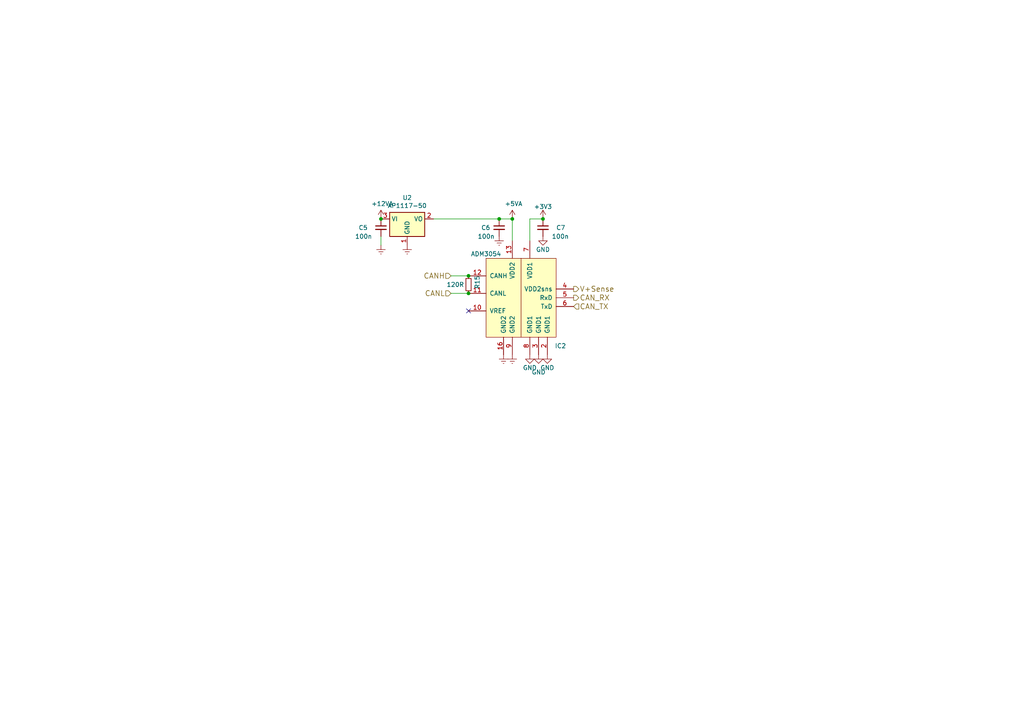
<source format=kicad_sch>
(kicad_sch (version 20230121) (generator eeschema)
  (paper "A4")
  (title_block (title "HSWR CAN Transceiver") (date "2017-02-05") (rev "4.0"))
  (lib_symbols
    (symbol "Device:C_Small" (pin_numbers hide) (pin_names (offset 0.254) hide)
      (property "Reference" "C" (at 0.254 1.778 0))
      (property "Value" "C_Small" (at 0.254 -2.032 0))
      (symbol "C_Small_0_1"
        (polyline (pts (xy -1.524 -0.508) (xy 1.524 -0.508)) (stroke (width 0.3302)))
        (polyline (pts (xy -1.524 0.508) (xy 1.524 0.508)) (stroke (width 0.3048)))
      )
      (symbol "C_Small_1_1"
        (pin passive line (at 0 2.54 270) (length 2.032) (name "~") (number "1"))
        (pin passive line (at 0 -2.54 90) (length 2.032) (name "~") (number "2"))
      )
    )
    (symbol "Device:R_Small" (pin_numbers hide) (pin_names (offset 0.254) hide)
      (property "Reference" "R" (at 0.762 0.508 0))
      (property "Value" "R_Small" (at 0.762 -1.016 0))
      (symbol "R_Small_0_1"
        (rectangle (start -0.762 1.778) (end 0.762 -1.778) (stroke (width 0.2032)))
      )
      (symbol "R_Small_1_1"
        (pin passive line (at 0 2.54 270) (length 0.762) (name "~") (number "1"))
        (pin passive line (at 0 -2.54 90) (length 0.762) (name "~") (number "2"))
      )
    )
    (symbol "HSWR:ADUM3054" (pin_names (offset 1.016))
      (property "Reference" "IC" (at 8.89 12.7 0))
      (property "Value" "ADUM3054" (at -10.16 12.7 0))
      (symbol "ADUM3054_0_1"
        (rectangle (start -10.16 11.43) (end 10.16 -11.43) (fill (type background)))
        (polyline (pts (xy 0 11.43) (xy 0 -11.43)))
      )
      (symbol "ADUM3054_1_1"
        (pin input line (at 15.24 -3.81 180) (length 5.08) (name "VREF") (number "10"))
        (pin input line (at 15.24 1.27 180) (length 5.08) (name "CANL") (number "11"))
        (pin input line (at 15.24 6.35 180) (length 5.08) (name "CANH") (number "12"))
        (pin input line (at 2.54 16.51 270) (length 5.08) (name "VDD2") (number "13"))
        (pin input line (at 5.08 -16.51 90) (length 5.08) (name "GND2") (number "16"))
        (pin input line (at -7.62 -16.51 90) (length 5.08) (name "GND1") (number "2"))
        (pin input line (at -5.08 -16.51 90) (length 5.08) (name "GND1") (number "3"))
        (pin input line (at -15.24 2.54 0) (length 5.08) (name "VDD2sns") (number "4"))
        (pin input line (at -15.24 0 0) (length 5.08) (name "RxD") (number "5"))
        (pin input line (at -15.24 -2.54 0) (length 5.08) (name "TxD") (number "6"))
        (pin input line (at -2.54 16.51 270) (length 5.08) (name "VDD1") (number "7"))
        (pin input line (at -2.54 -16.51 90) (length 5.08) (name "GND1") (number "8"))
        (pin input line (at 2.54 -16.51 90) (length 5.08) (name "GND2") (number "9"))
      )
    )
    (symbol "Regulator_Linear:AP1117-50"
      (property "Reference" "U" (at -3.81 3.175 0))
      (property "Value" "AP1117-50" (at 0 3.175 0))
      (symbol "AP1117-50_0_1"
        (rectangle (start -5.08 -5.08) (end 5.08 1.905) (stroke (width 0.254)) (fill (type background)))
      )
      (symbol "AP1117-50_1_1"
        (pin power_in line (at 0 -7.62 90) (length 2.54) (name "GND") (number "1"))
        (pin power_out line (at 7.62 0 180) (length 2.54) (name "VO") (number "2"))
        (pin power_in line (at -7.62 0 0) (length 2.54) (name "VI") (number "3"))
      )
    )
    (symbol "power:+12VA" (power) (pin_names (offset 0))
      (property "Value" "+12VA" (at 0 3.556 0))
      (symbol "+12VA_0_1"
        (polyline (pts (xy -0.762 1.27) (xy 0 2.54)))
        (polyline (pts (xy 0 0) (xy 0 2.54)))
        (polyline (pts (xy 0 2.54) (xy 0.762 1.27)))
      )
      (symbol "+12VA_1_1"
        (pin power_in line (at 0 0 90) (length 0) hide (name "+12VA") (number "1"))
      )
    )
    (symbol "power:+3V3" (power) (pin_names (offset 0))
      (property "Value" "+3V3" (at 0 3.556 0))
      (symbol "+3V3_0_1"
        (polyline (pts (xy -0.762 1.27) (xy 0 2.54)))
        (polyline (pts (xy 0 0) (xy 0 2.54)))
        (polyline (pts (xy 0 2.54) (xy 0.762 1.27)))
      )
      (symbol "+3V3_1_1"
        (pin power_in line (at 0 0 90) (length 0) hide (name "+3V3") (number "1"))
      )
    )
    (symbol "power:+5VA" (power) (pin_names (offset 0))
      (property "Value" "+5VA" (at 0 3.556 0))
      (symbol "+5VA_0_1"
        (polyline (pts (xy -0.762 1.27) (xy 0 2.54)))
        (polyline (pts (xy 0 0) (xy 0 2.54)))
        (polyline (pts (xy 0 2.54) (xy 0.762 1.27)))
      )
      (symbol "+5VA_1_1"
        (pin power_in line (at 0 0 90) (length 0) hide (name "+5VA") (number "1"))
      )
    )
    (symbol "power:Earth" (power) (pin_names (offset 0))
      (symbol "Earth_0_1"
        (polyline (pts (xy -0.635 -1.905) (xy 0.635 -1.905)))
        (polyline (pts (xy -0.127 -2.54) (xy 0.127 -2.54)))
        (polyline (pts (xy 0 -1.27) (xy 0 0)))
        (polyline (pts (xy 1.27 -1.27) (xy -1.27 -1.27)))
      )
      (symbol "Earth_1_1"
        (pin power_in line (at 0 0 270) (length 0) hide (name "Earth") (number "1"))
      )
    )
    (symbol "power:GND" (power) (pin_names (offset 0))
      (property "Value" "GND" (at 0 -3.81 0))
      (symbol "GND_0_1"
        (polyline (pts (xy 0 0) (xy 0 -1.27) (xy 1.27 -1.27) (xy 0 -2.54) (xy -1.27 -1.27) (xy 0 -1.27)))
      )
      (symbol "GND_1_1"
        (pin power_in line (at 0 0 270) (length 0) hide (name "GND") (number "1"))
      )
    )
  )
  (junction (at 157.48 63.5))
  (junction (at 148.59 63.5))
  (junction (at 135.89 80.01))
  (junction (at 110.49 63.5))
  (junction (at 144.78 63.5))
  (junction (at 135.89 85.09))
  (no_connect (at 135.89 90.17))
  (wire (pts (xy 110.49 71.12) (xy 110.49 68.58)))
  (wire (pts (xy 153.67 63.5) (xy 157.48 63.5)))
  (wire (pts (xy 130.81 85.09) (xy 135.89 85.09)))
  (wire (pts (xy 153.67 69.85) (xy 153.67 63.5)))
  (wire (pts (xy 148.59 63.5) (xy 148.59 69.85)))
  (wire (pts (xy 135.89 80.01) (xy 130.81 80.01)))
  (wire (pts (xy 144.78 63.5) (xy 148.59 63.5)))
  (wire (pts (xy 125.73 63.5) (xy 144.78 63.5)))
  (hierarchical_label "CAN_TX" (shape input) (at 166.37 88.9 0) (effects (font (size 1.524 1.524))))
  (hierarchical_label "CANH" (shape input) (at 130.81 80.01 180) (effects (font (size 1.524 1.524))))
  (hierarchical_label "CANL" (shape input) (at 130.81 85.09 180) (effects (font (size 1.524 1.524))))
  (hierarchical_label "V+Sense" (shape output) (at 166.37 83.82 0) (effects (font (size 1.524 1.524))))
  (hierarchical_label "CAN_RX" (shape output) (at 166.37 86.36 0) (effects (font (size 1.524 1.524))))
  (symbol (lib_id "Device:C_Small") (at 144.78 66.04 0) (mirror y) (unit 1)
    (property "Reference" "C6" (at 142.24 66.04 0) (effects (justify left)))
    (property "Value" "100n" (at 143.51 68.58 0) (effects (justify left)))
    (property "Footprint" "Capacitor_SMD:C_0805_2012Metric" (effects hide))
  )
  (symbol (lib_id "Device:C_Small") (at 110.49 66.04 0) (mirror y) (unit 1)
    (property "Reference" "C5" (at 106.68 66.04 0) (effects (justify left)))
    (property "Value" "100n" (at 107.95 68.58 0) (effects (justify left)))
    (property "Footprint" "Capacitor_SMD:C_0805_2012Metric" (effects hide))
  )
  (symbol (lib_id "power:Earth") (at 118.11 71.12 0) (mirror y) (unit 1)
    (property "Reference" "#PWR027" (effects hide))
    (property "Value" "Earth" (effects hide))
  )
  (symbol (lib_id "power:GND") (at 153.67 102.87 0) (unit 1)
    (property "Reference" "#PWR032" (effects hide))
    (property "Value" "GND" (at 153.67 106.68 0))
  )
  (symbol (lib_id "Device:R_Small") (at 135.89 82.55 0) (mirror y) (unit 1)
    (property "Reference" "R15" (at 138.43 83.82 90) (effects (justify left)))
    (property "Value" "120R" (at 134.62 82.55 0) (effects (justify left)))
    (property "Footprint" "Resistor_SMD:R_0805_2012Metric" (effects hide))
  )
  (symbol (lib_id "Device:C_Small") (at 157.48 66.04 0) (unit 1)
    (property "Reference" "C7" (at 161.29 66.04 0) (effects (justify left)))
    (property "Value" "100n" (at 160.02 68.58 0) (effects (justify left)))
    (property "Footprint" "Capacitor_SMD:C_0805_2012Metric" (effects hide))
  )
  (symbol (lib_id "power:+3V3") (at 157.48 63.5 0) (unit 1)
    (property "Reference" "#PWR034" (effects hide))
    (property "Value" "+3V3" (at 157.48 59.944 0))
  )
  (symbol (lib_id "power:+12VA") (at 110.49 63.5 0) (unit 1)
    (property "Reference" "#PWR025" (effects hide))
    (property "Value" "+12VA" (at 110.871 59.1058 0))
  )
  (symbol (lib_id "HSWR:ADUM3054") (at 151.13 86.36 0) (mirror y) (unit 1)
    (property "Reference" "IC2" (at 162.56 100.33 0))
    (property "Value" "ADM3054" (at 140.97 73.66 0))
    (property "Footprint" "Package_SO:SOIC-16W_7.5x10.3mm_P1.27mm" (effects hide))
    (instances (project "HSWR" (path "" (reference "IC2") (unit 1)) (path "" (reference "IC?") (unit 1))))
  )
  (symbol (lib_id "power:Earth") (at 144.78 68.58 0) (mirror y) (unit 1)
    (property "Reference" "#PWR028" (effects hide))
    (property "Value" "Earth" (effects hide))
  )
  (symbol (lib_id "power:Earth") (at 110.49 71.12 0) (mirror y) (unit 1)
    (property "Reference" "#PWR026" (effects hide))
    (property "Value" "Earth" (effects hide))
  )
  (symbol (lib_id "power:Earth") (at 146.05 102.87 0) (mirror y) (unit 1)
    (property "Reference" "#PWR029" (effects hide))
    (property "Value" "Earth" (effects hide))
  )
  (symbol (lib_id "power:Earth") (at 148.59 102.87 0) (mirror y) (unit 1)
    (property "Reference" "#PWR031" (effects hide))
    (property "Value" "Earth" (effects hide))
  )
  (symbol (lib_id "power:GND") (at 156.21 102.87 0) (unit 1)
    (property "Reference" "#PWR033" (effects hide))
    (property "Value" "GND" (at 156.21 107.95 0))
  )
  (symbol (lib_id "power:GND") (at 158.75 102.87 0) (unit 1)
    (property "Reference" "#PWR036" (effects hide))
    (property "Value" "GND" (at 158.75 106.68 0))
  )
  (symbol (lib_id "power:GND") (at 157.48 68.58 0) (unit 1)
    (property "Reference" "#PWR035" (effects hide))
    (property "Value" "GND" (at 157.48 72.39 0))
  )
  (symbol (lib_id "power:+5VA") (at 148.59 63.5 0) (unit 1)
    (property "Reference" "#PWR030" (effects hide))
    (property "Value" "+5VA" (at 148.971 59.1058 0))
  )
  (symbol (lib_id "Regulator_Linear:AP1117-50") (at 118.11 63.5 0) (unit 1)
    (property "Reference" "U2" (at 118.11 57.3532 0))
    (property "Value" "AP1117-50" (at 118.11 59.6646 0))
    (property "Footprint" "Package_TO_SOT_SMD:SOT-223-3_TabPin2" (effects hide))
    (property "Datasheet" "http://www.diodes.com/datasheets/AP1117.pdf" (effects hide))
  )
)
</source>
